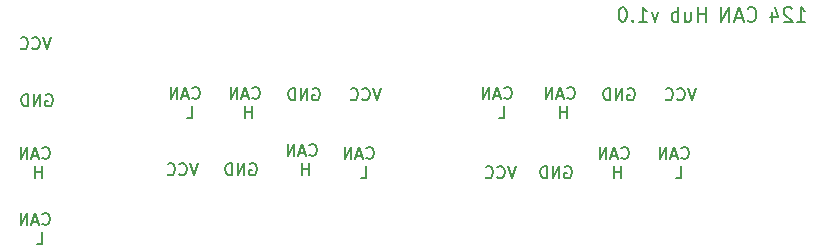
<source format=gbr>
%TF.GenerationSoftware,KiCad,Pcbnew,(7.0.0)*%
%TF.CreationDate,2023-04-10T16:26:54+12:00*%
%TF.ProjectId,can_expansion_hub,63616e5f-6578-4706-916e-73696f6e5f68,rev?*%
%TF.SameCoordinates,Original*%
%TF.FileFunction,Legend,Bot*%
%TF.FilePolarity,Positive*%
%FSLAX46Y46*%
G04 Gerber Fmt 4.6, Leading zero omitted, Abs format (unit mm)*
G04 Created by KiCad (PCBNEW (7.0.0)) date 2023-04-10 16:26:54*
%MOMM*%
%LPD*%
G01*
G04 APERTURE LIST*
%ADD10C,0.150000*%
%ADD11C,0.187500*%
%ADD12C,5.500000*%
%ADD13R,3.000000X3.000000*%
%ADD14C,3.000000*%
G04 APERTURE END LIST*
D10*
X139652476Y-103731142D02*
X139700095Y-103778761D01*
X139700095Y-103778761D02*
X139842952Y-103826380D01*
X139842952Y-103826380D02*
X139938190Y-103826380D01*
X139938190Y-103826380D02*
X140081047Y-103778761D01*
X140081047Y-103778761D02*
X140176285Y-103683523D01*
X140176285Y-103683523D02*
X140223904Y-103588285D01*
X140223904Y-103588285D02*
X140271523Y-103397809D01*
X140271523Y-103397809D02*
X140271523Y-103254952D01*
X140271523Y-103254952D02*
X140223904Y-103064476D01*
X140223904Y-103064476D02*
X140176285Y-102969238D01*
X140176285Y-102969238D02*
X140081047Y-102874000D01*
X140081047Y-102874000D02*
X139938190Y-102826380D01*
X139938190Y-102826380D02*
X139842952Y-102826380D01*
X139842952Y-102826380D02*
X139700095Y-102874000D01*
X139700095Y-102874000D02*
X139652476Y-102921619D01*
X139271523Y-103540666D02*
X138795333Y-103540666D01*
X139366761Y-103826380D02*
X139033428Y-102826380D01*
X139033428Y-102826380D02*
X138700095Y-103826380D01*
X138366761Y-103826380D02*
X138366761Y-102826380D01*
X138366761Y-102826380D02*
X137795333Y-103826380D01*
X137795333Y-103826380D02*
X137795333Y-102826380D01*
X139147714Y-105446380D02*
X139623904Y-105446380D01*
X139623904Y-105446380D02*
X139623904Y-104446380D01*
X124666476Y-98651142D02*
X124714095Y-98698761D01*
X124714095Y-98698761D02*
X124856952Y-98746380D01*
X124856952Y-98746380D02*
X124952190Y-98746380D01*
X124952190Y-98746380D02*
X125095047Y-98698761D01*
X125095047Y-98698761D02*
X125190285Y-98603523D01*
X125190285Y-98603523D02*
X125237904Y-98508285D01*
X125237904Y-98508285D02*
X125285523Y-98317809D01*
X125285523Y-98317809D02*
X125285523Y-98174952D01*
X125285523Y-98174952D02*
X125237904Y-97984476D01*
X125237904Y-97984476D02*
X125190285Y-97889238D01*
X125190285Y-97889238D02*
X125095047Y-97794000D01*
X125095047Y-97794000D02*
X124952190Y-97746380D01*
X124952190Y-97746380D02*
X124856952Y-97746380D01*
X124856952Y-97746380D02*
X124714095Y-97794000D01*
X124714095Y-97794000D02*
X124666476Y-97841619D01*
X124285523Y-98460666D02*
X123809333Y-98460666D01*
X124380761Y-98746380D02*
X124047428Y-97746380D01*
X124047428Y-97746380D02*
X123714095Y-98746380D01*
X123380761Y-98746380D02*
X123380761Y-97746380D01*
X123380761Y-97746380D02*
X122809333Y-98746380D01*
X122809333Y-98746380D02*
X122809333Y-97746380D01*
X124161714Y-100366380D02*
X124637904Y-100366380D01*
X124637904Y-100366380D02*
X124637904Y-99366380D01*
X98250476Y-98651142D02*
X98298095Y-98698761D01*
X98298095Y-98698761D02*
X98440952Y-98746380D01*
X98440952Y-98746380D02*
X98536190Y-98746380D01*
X98536190Y-98746380D02*
X98679047Y-98698761D01*
X98679047Y-98698761D02*
X98774285Y-98603523D01*
X98774285Y-98603523D02*
X98821904Y-98508285D01*
X98821904Y-98508285D02*
X98869523Y-98317809D01*
X98869523Y-98317809D02*
X98869523Y-98174952D01*
X98869523Y-98174952D02*
X98821904Y-97984476D01*
X98821904Y-97984476D02*
X98774285Y-97889238D01*
X98774285Y-97889238D02*
X98679047Y-97794000D01*
X98679047Y-97794000D02*
X98536190Y-97746380D01*
X98536190Y-97746380D02*
X98440952Y-97746380D01*
X98440952Y-97746380D02*
X98298095Y-97794000D01*
X98298095Y-97794000D02*
X98250476Y-97841619D01*
X97869523Y-98460666D02*
X97393333Y-98460666D01*
X97964761Y-98746380D02*
X97631428Y-97746380D01*
X97631428Y-97746380D02*
X97298095Y-98746380D01*
X96964761Y-98746380D02*
X96964761Y-97746380D01*
X96964761Y-97746380D02*
X96393333Y-98746380D01*
X96393333Y-98746380D02*
X96393333Y-97746380D01*
X97745714Y-100366380D02*
X98221904Y-100366380D01*
X98221904Y-100366380D02*
X98221904Y-99366380D01*
X112982476Y-103731142D02*
X113030095Y-103778761D01*
X113030095Y-103778761D02*
X113172952Y-103826380D01*
X113172952Y-103826380D02*
X113268190Y-103826380D01*
X113268190Y-103826380D02*
X113411047Y-103778761D01*
X113411047Y-103778761D02*
X113506285Y-103683523D01*
X113506285Y-103683523D02*
X113553904Y-103588285D01*
X113553904Y-103588285D02*
X113601523Y-103397809D01*
X113601523Y-103397809D02*
X113601523Y-103254952D01*
X113601523Y-103254952D02*
X113553904Y-103064476D01*
X113553904Y-103064476D02*
X113506285Y-102969238D01*
X113506285Y-102969238D02*
X113411047Y-102874000D01*
X113411047Y-102874000D02*
X113268190Y-102826380D01*
X113268190Y-102826380D02*
X113172952Y-102826380D01*
X113172952Y-102826380D02*
X113030095Y-102874000D01*
X113030095Y-102874000D02*
X112982476Y-102921619D01*
X112601523Y-103540666D02*
X112125333Y-103540666D01*
X112696761Y-103826380D02*
X112363428Y-102826380D01*
X112363428Y-102826380D02*
X112030095Y-103826380D01*
X111696761Y-103826380D02*
X111696761Y-102826380D01*
X111696761Y-102826380D02*
X111125333Y-103826380D01*
X111125333Y-103826380D02*
X111125333Y-102826380D01*
X112477714Y-105446380D02*
X112953904Y-105446380D01*
X112953904Y-105446380D02*
X112953904Y-104446380D01*
X108156476Y-103477142D02*
X108204095Y-103524761D01*
X108204095Y-103524761D02*
X108346952Y-103572380D01*
X108346952Y-103572380D02*
X108442190Y-103572380D01*
X108442190Y-103572380D02*
X108585047Y-103524761D01*
X108585047Y-103524761D02*
X108680285Y-103429523D01*
X108680285Y-103429523D02*
X108727904Y-103334285D01*
X108727904Y-103334285D02*
X108775523Y-103143809D01*
X108775523Y-103143809D02*
X108775523Y-103000952D01*
X108775523Y-103000952D02*
X108727904Y-102810476D01*
X108727904Y-102810476D02*
X108680285Y-102715238D01*
X108680285Y-102715238D02*
X108585047Y-102620000D01*
X108585047Y-102620000D02*
X108442190Y-102572380D01*
X108442190Y-102572380D02*
X108346952Y-102572380D01*
X108346952Y-102572380D02*
X108204095Y-102620000D01*
X108204095Y-102620000D02*
X108156476Y-102667619D01*
X107775523Y-103286666D02*
X107299333Y-103286666D01*
X107870761Y-103572380D02*
X107537428Y-102572380D01*
X107537428Y-102572380D02*
X107204095Y-103572380D01*
X106870761Y-103572380D02*
X106870761Y-102572380D01*
X106870761Y-102572380D02*
X106299333Y-103572380D01*
X106299333Y-103572380D02*
X106299333Y-102572380D01*
X108127904Y-105192380D02*
X108127904Y-104192380D01*
X108127904Y-104668571D02*
X107556476Y-104668571D01*
X107556476Y-105192380D02*
X107556476Y-104192380D01*
X134572476Y-103731142D02*
X134620095Y-103778761D01*
X134620095Y-103778761D02*
X134762952Y-103826380D01*
X134762952Y-103826380D02*
X134858190Y-103826380D01*
X134858190Y-103826380D02*
X135001047Y-103778761D01*
X135001047Y-103778761D02*
X135096285Y-103683523D01*
X135096285Y-103683523D02*
X135143904Y-103588285D01*
X135143904Y-103588285D02*
X135191523Y-103397809D01*
X135191523Y-103397809D02*
X135191523Y-103254952D01*
X135191523Y-103254952D02*
X135143904Y-103064476D01*
X135143904Y-103064476D02*
X135096285Y-102969238D01*
X135096285Y-102969238D02*
X135001047Y-102874000D01*
X135001047Y-102874000D02*
X134858190Y-102826380D01*
X134858190Y-102826380D02*
X134762952Y-102826380D01*
X134762952Y-102826380D02*
X134620095Y-102874000D01*
X134620095Y-102874000D02*
X134572476Y-102921619D01*
X134191523Y-103540666D02*
X133715333Y-103540666D01*
X134286761Y-103826380D02*
X133953428Y-102826380D01*
X133953428Y-102826380D02*
X133620095Y-103826380D01*
X133286761Y-103826380D02*
X133286761Y-102826380D01*
X133286761Y-102826380D02*
X132715333Y-103826380D01*
X132715333Y-103826380D02*
X132715333Y-102826380D01*
X134543904Y-105446380D02*
X134543904Y-104446380D01*
X134543904Y-104922571D02*
X133972476Y-104922571D01*
X133972476Y-105446380D02*
X133972476Y-104446380D01*
X130000476Y-98651142D02*
X130048095Y-98698761D01*
X130048095Y-98698761D02*
X130190952Y-98746380D01*
X130190952Y-98746380D02*
X130286190Y-98746380D01*
X130286190Y-98746380D02*
X130429047Y-98698761D01*
X130429047Y-98698761D02*
X130524285Y-98603523D01*
X130524285Y-98603523D02*
X130571904Y-98508285D01*
X130571904Y-98508285D02*
X130619523Y-98317809D01*
X130619523Y-98317809D02*
X130619523Y-98174952D01*
X130619523Y-98174952D02*
X130571904Y-97984476D01*
X130571904Y-97984476D02*
X130524285Y-97889238D01*
X130524285Y-97889238D02*
X130429047Y-97794000D01*
X130429047Y-97794000D02*
X130286190Y-97746380D01*
X130286190Y-97746380D02*
X130190952Y-97746380D01*
X130190952Y-97746380D02*
X130048095Y-97794000D01*
X130048095Y-97794000D02*
X130000476Y-97841619D01*
X129619523Y-98460666D02*
X129143333Y-98460666D01*
X129714761Y-98746380D02*
X129381428Y-97746380D01*
X129381428Y-97746380D02*
X129048095Y-98746380D01*
X128714761Y-98746380D02*
X128714761Y-97746380D01*
X128714761Y-97746380D02*
X128143333Y-98746380D01*
X128143333Y-98746380D02*
X128143333Y-97746380D01*
X129971904Y-100366380D02*
X129971904Y-99366380D01*
X129971904Y-99842571D02*
X129400476Y-99842571D01*
X129400476Y-100366380D02*
X129400476Y-99366380D01*
X103330476Y-98651142D02*
X103378095Y-98698761D01*
X103378095Y-98698761D02*
X103520952Y-98746380D01*
X103520952Y-98746380D02*
X103616190Y-98746380D01*
X103616190Y-98746380D02*
X103759047Y-98698761D01*
X103759047Y-98698761D02*
X103854285Y-98603523D01*
X103854285Y-98603523D02*
X103901904Y-98508285D01*
X103901904Y-98508285D02*
X103949523Y-98317809D01*
X103949523Y-98317809D02*
X103949523Y-98174952D01*
X103949523Y-98174952D02*
X103901904Y-97984476D01*
X103901904Y-97984476D02*
X103854285Y-97889238D01*
X103854285Y-97889238D02*
X103759047Y-97794000D01*
X103759047Y-97794000D02*
X103616190Y-97746380D01*
X103616190Y-97746380D02*
X103520952Y-97746380D01*
X103520952Y-97746380D02*
X103378095Y-97794000D01*
X103378095Y-97794000D02*
X103330476Y-97841619D01*
X102949523Y-98460666D02*
X102473333Y-98460666D01*
X103044761Y-98746380D02*
X102711428Y-97746380D01*
X102711428Y-97746380D02*
X102378095Y-98746380D01*
X102044761Y-98746380D02*
X102044761Y-97746380D01*
X102044761Y-97746380D02*
X101473333Y-98746380D01*
X101473333Y-98746380D02*
X101473333Y-97746380D01*
X103301904Y-100366380D02*
X103301904Y-99366380D01*
X103301904Y-99842571D02*
X102730476Y-99842571D01*
X102730476Y-100366380D02*
X102730476Y-99366380D01*
X103124095Y-104240000D02*
X103219333Y-104192380D01*
X103219333Y-104192380D02*
X103362190Y-104192380D01*
X103362190Y-104192380D02*
X103505047Y-104240000D01*
X103505047Y-104240000D02*
X103600285Y-104335238D01*
X103600285Y-104335238D02*
X103647904Y-104430476D01*
X103647904Y-104430476D02*
X103695523Y-104620952D01*
X103695523Y-104620952D02*
X103695523Y-104763809D01*
X103695523Y-104763809D02*
X103647904Y-104954285D01*
X103647904Y-104954285D02*
X103600285Y-105049523D01*
X103600285Y-105049523D02*
X103505047Y-105144761D01*
X103505047Y-105144761D02*
X103362190Y-105192380D01*
X103362190Y-105192380D02*
X103266952Y-105192380D01*
X103266952Y-105192380D02*
X103124095Y-105144761D01*
X103124095Y-105144761D02*
X103076476Y-105097142D01*
X103076476Y-105097142D02*
X103076476Y-104763809D01*
X103076476Y-104763809D02*
X103266952Y-104763809D01*
X102647904Y-105192380D02*
X102647904Y-104192380D01*
X102647904Y-104192380D02*
X102076476Y-105192380D01*
X102076476Y-105192380D02*
X102076476Y-104192380D01*
X101600285Y-105192380D02*
X101600285Y-104192380D01*
X101600285Y-104192380D02*
X101362190Y-104192380D01*
X101362190Y-104192380D02*
X101219333Y-104240000D01*
X101219333Y-104240000D02*
X101124095Y-104335238D01*
X101124095Y-104335238D02*
X101076476Y-104430476D01*
X101076476Y-104430476D02*
X101028857Y-104620952D01*
X101028857Y-104620952D02*
X101028857Y-104763809D01*
X101028857Y-104763809D02*
X101076476Y-104954285D01*
X101076476Y-104954285D02*
X101124095Y-105049523D01*
X101124095Y-105049523D02*
X101219333Y-105144761D01*
X101219333Y-105144761D02*
X101362190Y-105192380D01*
X101362190Y-105192380D02*
X101600285Y-105192380D01*
X129794095Y-104494000D02*
X129889333Y-104446380D01*
X129889333Y-104446380D02*
X130032190Y-104446380D01*
X130032190Y-104446380D02*
X130175047Y-104494000D01*
X130175047Y-104494000D02*
X130270285Y-104589238D01*
X130270285Y-104589238D02*
X130317904Y-104684476D01*
X130317904Y-104684476D02*
X130365523Y-104874952D01*
X130365523Y-104874952D02*
X130365523Y-105017809D01*
X130365523Y-105017809D02*
X130317904Y-105208285D01*
X130317904Y-105208285D02*
X130270285Y-105303523D01*
X130270285Y-105303523D02*
X130175047Y-105398761D01*
X130175047Y-105398761D02*
X130032190Y-105446380D01*
X130032190Y-105446380D02*
X129936952Y-105446380D01*
X129936952Y-105446380D02*
X129794095Y-105398761D01*
X129794095Y-105398761D02*
X129746476Y-105351142D01*
X129746476Y-105351142D02*
X129746476Y-105017809D01*
X129746476Y-105017809D02*
X129936952Y-105017809D01*
X129317904Y-105446380D02*
X129317904Y-104446380D01*
X129317904Y-104446380D02*
X128746476Y-105446380D01*
X128746476Y-105446380D02*
X128746476Y-104446380D01*
X128270285Y-105446380D02*
X128270285Y-104446380D01*
X128270285Y-104446380D02*
X128032190Y-104446380D01*
X128032190Y-104446380D02*
X127889333Y-104494000D01*
X127889333Y-104494000D02*
X127794095Y-104589238D01*
X127794095Y-104589238D02*
X127746476Y-104684476D01*
X127746476Y-104684476D02*
X127698857Y-104874952D01*
X127698857Y-104874952D02*
X127698857Y-105017809D01*
X127698857Y-105017809D02*
X127746476Y-105208285D01*
X127746476Y-105208285D02*
X127794095Y-105303523D01*
X127794095Y-105303523D02*
X127889333Y-105398761D01*
X127889333Y-105398761D02*
X128032190Y-105446380D01*
X128032190Y-105446380D02*
X128270285Y-105446380D01*
X135128095Y-97890000D02*
X135223333Y-97842380D01*
X135223333Y-97842380D02*
X135366190Y-97842380D01*
X135366190Y-97842380D02*
X135509047Y-97890000D01*
X135509047Y-97890000D02*
X135604285Y-97985238D01*
X135604285Y-97985238D02*
X135651904Y-98080476D01*
X135651904Y-98080476D02*
X135699523Y-98270952D01*
X135699523Y-98270952D02*
X135699523Y-98413809D01*
X135699523Y-98413809D02*
X135651904Y-98604285D01*
X135651904Y-98604285D02*
X135604285Y-98699523D01*
X135604285Y-98699523D02*
X135509047Y-98794761D01*
X135509047Y-98794761D02*
X135366190Y-98842380D01*
X135366190Y-98842380D02*
X135270952Y-98842380D01*
X135270952Y-98842380D02*
X135128095Y-98794761D01*
X135128095Y-98794761D02*
X135080476Y-98747142D01*
X135080476Y-98747142D02*
X135080476Y-98413809D01*
X135080476Y-98413809D02*
X135270952Y-98413809D01*
X134651904Y-98842380D02*
X134651904Y-97842380D01*
X134651904Y-97842380D02*
X134080476Y-98842380D01*
X134080476Y-98842380D02*
X134080476Y-97842380D01*
X133604285Y-98842380D02*
X133604285Y-97842380D01*
X133604285Y-97842380D02*
X133366190Y-97842380D01*
X133366190Y-97842380D02*
X133223333Y-97890000D01*
X133223333Y-97890000D02*
X133128095Y-97985238D01*
X133128095Y-97985238D02*
X133080476Y-98080476D01*
X133080476Y-98080476D02*
X133032857Y-98270952D01*
X133032857Y-98270952D02*
X133032857Y-98413809D01*
X133032857Y-98413809D02*
X133080476Y-98604285D01*
X133080476Y-98604285D02*
X133128095Y-98699523D01*
X133128095Y-98699523D02*
X133223333Y-98794761D01*
X133223333Y-98794761D02*
X133366190Y-98842380D01*
X133366190Y-98842380D02*
X133604285Y-98842380D01*
X108458095Y-97890000D02*
X108553333Y-97842380D01*
X108553333Y-97842380D02*
X108696190Y-97842380D01*
X108696190Y-97842380D02*
X108839047Y-97890000D01*
X108839047Y-97890000D02*
X108934285Y-97985238D01*
X108934285Y-97985238D02*
X108981904Y-98080476D01*
X108981904Y-98080476D02*
X109029523Y-98270952D01*
X109029523Y-98270952D02*
X109029523Y-98413809D01*
X109029523Y-98413809D02*
X108981904Y-98604285D01*
X108981904Y-98604285D02*
X108934285Y-98699523D01*
X108934285Y-98699523D02*
X108839047Y-98794761D01*
X108839047Y-98794761D02*
X108696190Y-98842380D01*
X108696190Y-98842380D02*
X108600952Y-98842380D01*
X108600952Y-98842380D02*
X108458095Y-98794761D01*
X108458095Y-98794761D02*
X108410476Y-98747142D01*
X108410476Y-98747142D02*
X108410476Y-98413809D01*
X108410476Y-98413809D02*
X108600952Y-98413809D01*
X107981904Y-98842380D02*
X107981904Y-97842380D01*
X107981904Y-97842380D02*
X107410476Y-98842380D01*
X107410476Y-98842380D02*
X107410476Y-97842380D01*
X106934285Y-98842380D02*
X106934285Y-97842380D01*
X106934285Y-97842380D02*
X106696190Y-97842380D01*
X106696190Y-97842380D02*
X106553333Y-97890000D01*
X106553333Y-97890000D02*
X106458095Y-97985238D01*
X106458095Y-97985238D02*
X106410476Y-98080476D01*
X106410476Y-98080476D02*
X106362857Y-98270952D01*
X106362857Y-98270952D02*
X106362857Y-98413809D01*
X106362857Y-98413809D02*
X106410476Y-98604285D01*
X106410476Y-98604285D02*
X106458095Y-98699523D01*
X106458095Y-98699523D02*
X106553333Y-98794761D01*
X106553333Y-98794761D02*
X106696190Y-98842380D01*
X106696190Y-98842380D02*
X106934285Y-98842380D01*
X125634761Y-104446380D02*
X125301428Y-105446380D01*
X125301428Y-105446380D02*
X124968095Y-104446380D01*
X124063333Y-105351142D02*
X124110952Y-105398761D01*
X124110952Y-105398761D02*
X124253809Y-105446380D01*
X124253809Y-105446380D02*
X124349047Y-105446380D01*
X124349047Y-105446380D02*
X124491904Y-105398761D01*
X124491904Y-105398761D02*
X124587142Y-105303523D01*
X124587142Y-105303523D02*
X124634761Y-105208285D01*
X124634761Y-105208285D02*
X124682380Y-105017809D01*
X124682380Y-105017809D02*
X124682380Y-104874952D01*
X124682380Y-104874952D02*
X124634761Y-104684476D01*
X124634761Y-104684476D02*
X124587142Y-104589238D01*
X124587142Y-104589238D02*
X124491904Y-104494000D01*
X124491904Y-104494000D02*
X124349047Y-104446380D01*
X124349047Y-104446380D02*
X124253809Y-104446380D01*
X124253809Y-104446380D02*
X124110952Y-104494000D01*
X124110952Y-104494000D02*
X124063333Y-104541619D01*
X123063333Y-105351142D02*
X123110952Y-105398761D01*
X123110952Y-105398761D02*
X123253809Y-105446380D01*
X123253809Y-105446380D02*
X123349047Y-105446380D01*
X123349047Y-105446380D02*
X123491904Y-105398761D01*
X123491904Y-105398761D02*
X123587142Y-105303523D01*
X123587142Y-105303523D02*
X123634761Y-105208285D01*
X123634761Y-105208285D02*
X123682380Y-105017809D01*
X123682380Y-105017809D02*
X123682380Y-104874952D01*
X123682380Y-104874952D02*
X123634761Y-104684476D01*
X123634761Y-104684476D02*
X123587142Y-104589238D01*
X123587142Y-104589238D02*
X123491904Y-104494000D01*
X123491904Y-104494000D02*
X123349047Y-104446380D01*
X123349047Y-104446380D02*
X123253809Y-104446380D01*
X123253809Y-104446380D02*
X123110952Y-104494000D01*
X123110952Y-104494000D02*
X123063333Y-104541619D01*
X140874761Y-97842380D02*
X140541428Y-98842380D01*
X140541428Y-98842380D02*
X140208095Y-97842380D01*
X139303333Y-98747142D02*
X139350952Y-98794761D01*
X139350952Y-98794761D02*
X139493809Y-98842380D01*
X139493809Y-98842380D02*
X139589047Y-98842380D01*
X139589047Y-98842380D02*
X139731904Y-98794761D01*
X139731904Y-98794761D02*
X139827142Y-98699523D01*
X139827142Y-98699523D02*
X139874761Y-98604285D01*
X139874761Y-98604285D02*
X139922380Y-98413809D01*
X139922380Y-98413809D02*
X139922380Y-98270952D01*
X139922380Y-98270952D02*
X139874761Y-98080476D01*
X139874761Y-98080476D02*
X139827142Y-97985238D01*
X139827142Y-97985238D02*
X139731904Y-97890000D01*
X139731904Y-97890000D02*
X139589047Y-97842380D01*
X139589047Y-97842380D02*
X139493809Y-97842380D01*
X139493809Y-97842380D02*
X139350952Y-97890000D01*
X139350952Y-97890000D02*
X139303333Y-97937619D01*
X138303333Y-98747142D02*
X138350952Y-98794761D01*
X138350952Y-98794761D02*
X138493809Y-98842380D01*
X138493809Y-98842380D02*
X138589047Y-98842380D01*
X138589047Y-98842380D02*
X138731904Y-98794761D01*
X138731904Y-98794761D02*
X138827142Y-98699523D01*
X138827142Y-98699523D02*
X138874761Y-98604285D01*
X138874761Y-98604285D02*
X138922380Y-98413809D01*
X138922380Y-98413809D02*
X138922380Y-98270952D01*
X138922380Y-98270952D02*
X138874761Y-98080476D01*
X138874761Y-98080476D02*
X138827142Y-97985238D01*
X138827142Y-97985238D02*
X138731904Y-97890000D01*
X138731904Y-97890000D02*
X138589047Y-97842380D01*
X138589047Y-97842380D02*
X138493809Y-97842380D01*
X138493809Y-97842380D02*
X138350952Y-97890000D01*
X138350952Y-97890000D02*
X138303333Y-97937619D01*
X98710761Y-104192380D02*
X98377428Y-105192380D01*
X98377428Y-105192380D02*
X98044095Y-104192380D01*
X97139333Y-105097142D02*
X97186952Y-105144761D01*
X97186952Y-105144761D02*
X97329809Y-105192380D01*
X97329809Y-105192380D02*
X97425047Y-105192380D01*
X97425047Y-105192380D02*
X97567904Y-105144761D01*
X97567904Y-105144761D02*
X97663142Y-105049523D01*
X97663142Y-105049523D02*
X97710761Y-104954285D01*
X97710761Y-104954285D02*
X97758380Y-104763809D01*
X97758380Y-104763809D02*
X97758380Y-104620952D01*
X97758380Y-104620952D02*
X97710761Y-104430476D01*
X97710761Y-104430476D02*
X97663142Y-104335238D01*
X97663142Y-104335238D02*
X97567904Y-104240000D01*
X97567904Y-104240000D02*
X97425047Y-104192380D01*
X97425047Y-104192380D02*
X97329809Y-104192380D01*
X97329809Y-104192380D02*
X97186952Y-104240000D01*
X97186952Y-104240000D02*
X97139333Y-104287619D01*
X96139333Y-105097142D02*
X96186952Y-105144761D01*
X96186952Y-105144761D02*
X96329809Y-105192380D01*
X96329809Y-105192380D02*
X96425047Y-105192380D01*
X96425047Y-105192380D02*
X96567904Y-105144761D01*
X96567904Y-105144761D02*
X96663142Y-105049523D01*
X96663142Y-105049523D02*
X96710761Y-104954285D01*
X96710761Y-104954285D02*
X96758380Y-104763809D01*
X96758380Y-104763809D02*
X96758380Y-104620952D01*
X96758380Y-104620952D02*
X96710761Y-104430476D01*
X96710761Y-104430476D02*
X96663142Y-104335238D01*
X96663142Y-104335238D02*
X96567904Y-104240000D01*
X96567904Y-104240000D02*
X96425047Y-104192380D01*
X96425047Y-104192380D02*
X96329809Y-104192380D01*
X96329809Y-104192380D02*
X96186952Y-104240000D01*
X96186952Y-104240000D02*
X96139333Y-104287619D01*
X114204761Y-97842380D02*
X113871428Y-98842380D01*
X113871428Y-98842380D02*
X113538095Y-97842380D01*
X112633333Y-98747142D02*
X112680952Y-98794761D01*
X112680952Y-98794761D02*
X112823809Y-98842380D01*
X112823809Y-98842380D02*
X112919047Y-98842380D01*
X112919047Y-98842380D02*
X113061904Y-98794761D01*
X113061904Y-98794761D02*
X113157142Y-98699523D01*
X113157142Y-98699523D02*
X113204761Y-98604285D01*
X113204761Y-98604285D02*
X113252380Y-98413809D01*
X113252380Y-98413809D02*
X113252380Y-98270952D01*
X113252380Y-98270952D02*
X113204761Y-98080476D01*
X113204761Y-98080476D02*
X113157142Y-97985238D01*
X113157142Y-97985238D02*
X113061904Y-97890000D01*
X113061904Y-97890000D02*
X112919047Y-97842380D01*
X112919047Y-97842380D02*
X112823809Y-97842380D01*
X112823809Y-97842380D02*
X112680952Y-97890000D01*
X112680952Y-97890000D02*
X112633333Y-97937619D01*
X111633333Y-98747142D02*
X111680952Y-98794761D01*
X111680952Y-98794761D02*
X111823809Y-98842380D01*
X111823809Y-98842380D02*
X111919047Y-98842380D01*
X111919047Y-98842380D02*
X112061904Y-98794761D01*
X112061904Y-98794761D02*
X112157142Y-98699523D01*
X112157142Y-98699523D02*
X112204761Y-98604285D01*
X112204761Y-98604285D02*
X112252380Y-98413809D01*
X112252380Y-98413809D02*
X112252380Y-98270952D01*
X112252380Y-98270952D02*
X112204761Y-98080476D01*
X112204761Y-98080476D02*
X112157142Y-97985238D01*
X112157142Y-97985238D02*
X112061904Y-97890000D01*
X112061904Y-97890000D02*
X111919047Y-97842380D01*
X111919047Y-97842380D02*
X111823809Y-97842380D01*
X111823809Y-97842380D02*
X111680952Y-97890000D01*
X111680952Y-97890000D02*
X111633333Y-97937619D01*
X85550476Y-109319142D02*
X85598095Y-109366761D01*
X85598095Y-109366761D02*
X85740952Y-109414380D01*
X85740952Y-109414380D02*
X85836190Y-109414380D01*
X85836190Y-109414380D02*
X85979047Y-109366761D01*
X85979047Y-109366761D02*
X86074285Y-109271523D01*
X86074285Y-109271523D02*
X86121904Y-109176285D01*
X86121904Y-109176285D02*
X86169523Y-108985809D01*
X86169523Y-108985809D02*
X86169523Y-108842952D01*
X86169523Y-108842952D02*
X86121904Y-108652476D01*
X86121904Y-108652476D02*
X86074285Y-108557238D01*
X86074285Y-108557238D02*
X85979047Y-108462000D01*
X85979047Y-108462000D02*
X85836190Y-108414380D01*
X85836190Y-108414380D02*
X85740952Y-108414380D01*
X85740952Y-108414380D02*
X85598095Y-108462000D01*
X85598095Y-108462000D02*
X85550476Y-108509619D01*
X85169523Y-109128666D02*
X84693333Y-109128666D01*
X85264761Y-109414380D02*
X84931428Y-108414380D01*
X84931428Y-108414380D02*
X84598095Y-109414380D01*
X84264761Y-109414380D02*
X84264761Y-108414380D01*
X84264761Y-108414380D02*
X83693333Y-109414380D01*
X83693333Y-109414380D02*
X83693333Y-108414380D01*
X85045714Y-111034380D02*
X85521904Y-111034380D01*
X85521904Y-111034380D02*
X85521904Y-110034380D01*
X85550476Y-103731142D02*
X85598095Y-103778761D01*
X85598095Y-103778761D02*
X85740952Y-103826380D01*
X85740952Y-103826380D02*
X85836190Y-103826380D01*
X85836190Y-103826380D02*
X85979047Y-103778761D01*
X85979047Y-103778761D02*
X86074285Y-103683523D01*
X86074285Y-103683523D02*
X86121904Y-103588285D01*
X86121904Y-103588285D02*
X86169523Y-103397809D01*
X86169523Y-103397809D02*
X86169523Y-103254952D01*
X86169523Y-103254952D02*
X86121904Y-103064476D01*
X86121904Y-103064476D02*
X86074285Y-102969238D01*
X86074285Y-102969238D02*
X85979047Y-102874000D01*
X85979047Y-102874000D02*
X85836190Y-102826380D01*
X85836190Y-102826380D02*
X85740952Y-102826380D01*
X85740952Y-102826380D02*
X85598095Y-102874000D01*
X85598095Y-102874000D02*
X85550476Y-102921619D01*
X85169523Y-103540666D02*
X84693333Y-103540666D01*
X85264761Y-103826380D02*
X84931428Y-102826380D01*
X84931428Y-102826380D02*
X84598095Y-103826380D01*
X84264761Y-103826380D02*
X84264761Y-102826380D01*
X84264761Y-102826380D02*
X83693333Y-103826380D01*
X83693333Y-103826380D02*
X83693333Y-102826380D01*
X85521904Y-105446380D02*
X85521904Y-104446380D01*
X85521904Y-104922571D02*
X84950476Y-104922571D01*
X84950476Y-105446380D02*
X84950476Y-104446380D01*
X85852095Y-98398000D02*
X85947333Y-98350380D01*
X85947333Y-98350380D02*
X86090190Y-98350380D01*
X86090190Y-98350380D02*
X86233047Y-98398000D01*
X86233047Y-98398000D02*
X86328285Y-98493238D01*
X86328285Y-98493238D02*
X86375904Y-98588476D01*
X86375904Y-98588476D02*
X86423523Y-98778952D01*
X86423523Y-98778952D02*
X86423523Y-98921809D01*
X86423523Y-98921809D02*
X86375904Y-99112285D01*
X86375904Y-99112285D02*
X86328285Y-99207523D01*
X86328285Y-99207523D02*
X86233047Y-99302761D01*
X86233047Y-99302761D02*
X86090190Y-99350380D01*
X86090190Y-99350380D02*
X85994952Y-99350380D01*
X85994952Y-99350380D02*
X85852095Y-99302761D01*
X85852095Y-99302761D02*
X85804476Y-99255142D01*
X85804476Y-99255142D02*
X85804476Y-98921809D01*
X85804476Y-98921809D02*
X85994952Y-98921809D01*
X85375904Y-99350380D02*
X85375904Y-98350380D01*
X85375904Y-98350380D02*
X84804476Y-99350380D01*
X84804476Y-99350380D02*
X84804476Y-98350380D01*
X84328285Y-99350380D02*
X84328285Y-98350380D01*
X84328285Y-98350380D02*
X84090190Y-98350380D01*
X84090190Y-98350380D02*
X83947333Y-98398000D01*
X83947333Y-98398000D02*
X83852095Y-98493238D01*
X83852095Y-98493238D02*
X83804476Y-98588476D01*
X83804476Y-98588476D02*
X83756857Y-98778952D01*
X83756857Y-98778952D02*
X83756857Y-98921809D01*
X83756857Y-98921809D02*
X83804476Y-99112285D01*
X83804476Y-99112285D02*
X83852095Y-99207523D01*
X83852095Y-99207523D02*
X83947333Y-99302761D01*
X83947333Y-99302761D02*
X84090190Y-99350380D01*
X84090190Y-99350380D02*
X84328285Y-99350380D01*
X86264761Y-93524380D02*
X85931428Y-94524380D01*
X85931428Y-94524380D02*
X85598095Y-93524380D01*
X84693333Y-94429142D02*
X84740952Y-94476761D01*
X84740952Y-94476761D02*
X84883809Y-94524380D01*
X84883809Y-94524380D02*
X84979047Y-94524380D01*
X84979047Y-94524380D02*
X85121904Y-94476761D01*
X85121904Y-94476761D02*
X85217142Y-94381523D01*
X85217142Y-94381523D02*
X85264761Y-94286285D01*
X85264761Y-94286285D02*
X85312380Y-94095809D01*
X85312380Y-94095809D02*
X85312380Y-93952952D01*
X85312380Y-93952952D02*
X85264761Y-93762476D01*
X85264761Y-93762476D02*
X85217142Y-93667238D01*
X85217142Y-93667238D02*
X85121904Y-93572000D01*
X85121904Y-93572000D02*
X84979047Y-93524380D01*
X84979047Y-93524380D02*
X84883809Y-93524380D01*
X84883809Y-93524380D02*
X84740952Y-93572000D01*
X84740952Y-93572000D02*
X84693333Y-93619619D01*
X83693333Y-94429142D02*
X83740952Y-94476761D01*
X83740952Y-94476761D02*
X83883809Y-94524380D01*
X83883809Y-94524380D02*
X83979047Y-94524380D01*
X83979047Y-94524380D02*
X84121904Y-94476761D01*
X84121904Y-94476761D02*
X84217142Y-94381523D01*
X84217142Y-94381523D02*
X84264761Y-94286285D01*
X84264761Y-94286285D02*
X84312380Y-94095809D01*
X84312380Y-94095809D02*
X84312380Y-93952952D01*
X84312380Y-93952952D02*
X84264761Y-93762476D01*
X84264761Y-93762476D02*
X84217142Y-93667238D01*
X84217142Y-93667238D02*
X84121904Y-93572000D01*
X84121904Y-93572000D02*
X83979047Y-93524380D01*
X83979047Y-93524380D02*
X83883809Y-93524380D01*
X83883809Y-93524380D02*
X83740952Y-93572000D01*
X83740952Y-93572000D02*
X83693333Y-93619619D01*
D11*
X149453714Y-92194857D02*
X150139428Y-92194857D01*
X149796571Y-92194857D02*
X149796571Y-90994857D01*
X149796571Y-90994857D02*
X149910857Y-91166285D01*
X149910857Y-91166285D02*
X150025142Y-91280571D01*
X150025142Y-91280571D02*
X150139428Y-91337714D01*
X148996571Y-91109142D02*
X148939428Y-91052000D01*
X148939428Y-91052000D02*
X148825143Y-90994857D01*
X148825143Y-90994857D02*
X148539428Y-90994857D01*
X148539428Y-90994857D02*
X148425143Y-91052000D01*
X148425143Y-91052000D02*
X148368000Y-91109142D01*
X148368000Y-91109142D02*
X148310857Y-91223428D01*
X148310857Y-91223428D02*
X148310857Y-91337714D01*
X148310857Y-91337714D02*
X148368000Y-91509142D01*
X148368000Y-91509142D02*
X149053714Y-92194857D01*
X149053714Y-92194857D02*
X148310857Y-92194857D01*
X147282286Y-91394857D02*
X147282286Y-92194857D01*
X147568000Y-90937714D02*
X147853714Y-91794857D01*
X147853714Y-91794857D02*
X147110857Y-91794857D01*
X145248000Y-92080571D02*
X145305143Y-92137714D01*
X145305143Y-92137714D02*
X145476571Y-92194857D01*
X145476571Y-92194857D02*
X145590857Y-92194857D01*
X145590857Y-92194857D02*
X145762286Y-92137714D01*
X145762286Y-92137714D02*
X145876571Y-92023428D01*
X145876571Y-92023428D02*
X145933714Y-91909142D01*
X145933714Y-91909142D02*
X145990857Y-91680571D01*
X145990857Y-91680571D02*
X145990857Y-91509142D01*
X145990857Y-91509142D02*
X145933714Y-91280571D01*
X145933714Y-91280571D02*
X145876571Y-91166285D01*
X145876571Y-91166285D02*
X145762286Y-91052000D01*
X145762286Y-91052000D02*
X145590857Y-90994857D01*
X145590857Y-90994857D02*
X145476571Y-90994857D01*
X145476571Y-90994857D02*
X145305143Y-91052000D01*
X145305143Y-91052000D02*
X145248000Y-91109142D01*
X144790857Y-91852000D02*
X144219429Y-91852000D01*
X144905143Y-92194857D02*
X144505143Y-90994857D01*
X144505143Y-90994857D02*
X144105143Y-92194857D01*
X143705143Y-92194857D02*
X143705143Y-90994857D01*
X143705143Y-90994857D02*
X143019429Y-92194857D01*
X143019429Y-92194857D02*
X143019429Y-90994857D01*
X141728000Y-92194857D02*
X141728000Y-90994857D01*
X141728000Y-91566285D02*
X141042286Y-91566285D01*
X141042286Y-92194857D02*
X141042286Y-90994857D01*
X139956572Y-91394857D02*
X139956572Y-92194857D01*
X140470857Y-91394857D02*
X140470857Y-92023428D01*
X140470857Y-92023428D02*
X140413714Y-92137714D01*
X140413714Y-92137714D02*
X140299429Y-92194857D01*
X140299429Y-92194857D02*
X140128000Y-92194857D01*
X140128000Y-92194857D02*
X140013714Y-92137714D01*
X140013714Y-92137714D02*
X139956572Y-92080571D01*
X139385143Y-92194857D02*
X139385143Y-90994857D01*
X139385143Y-91452000D02*
X139270858Y-91394857D01*
X139270858Y-91394857D02*
X139042286Y-91394857D01*
X139042286Y-91394857D02*
X138928000Y-91452000D01*
X138928000Y-91452000D02*
X138870858Y-91509142D01*
X138870858Y-91509142D02*
X138813715Y-91623428D01*
X138813715Y-91623428D02*
X138813715Y-91966285D01*
X138813715Y-91966285D02*
X138870858Y-92080571D01*
X138870858Y-92080571D02*
X138928000Y-92137714D01*
X138928000Y-92137714D02*
X139042286Y-92194857D01*
X139042286Y-92194857D02*
X139270858Y-92194857D01*
X139270858Y-92194857D02*
X139385143Y-92137714D01*
X137693715Y-91394857D02*
X137408001Y-92194857D01*
X137408001Y-92194857D02*
X137122286Y-91394857D01*
X136036572Y-92194857D02*
X136722286Y-92194857D01*
X136379429Y-92194857D02*
X136379429Y-90994857D01*
X136379429Y-90994857D02*
X136493715Y-91166285D01*
X136493715Y-91166285D02*
X136608000Y-91280571D01*
X136608000Y-91280571D02*
X136722286Y-91337714D01*
X135522286Y-92080571D02*
X135465143Y-92137714D01*
X135465143Y-92137714D02*
X135522286Y-92194857D01*
X135522286Y-92194857D02*
X135579429Y-92137714D01*
X135579429Y-92137714D02*
X135522286Y-92080571D01*
X135522286Y-92080571D02*
X135522286Y-92194857D01*
X134722286Y-90994857D02*
X134608000Y-90994857D01*
X134608000Y-90994857D02*
X134493714Y-91052000D01*
X134493714Y-91052000D02*
X134436572Y-91109142D01*
X134436572Y-91109142D02*
X134379429Y-91223428D01*
X134379429Y-91223428D02*
X134322286Y-91452000D01*
X134322286Y-91452000D02*
X134322286Y-91737714D01*
X134322286Y-91737714D02*
X134379429Y-91966285D01*
X134379429Y-91966285D02*
X134436572Y-92080571D01*
X134436572Y-92080571D02*
X134493714Y-92137714D01*
X134493714Y-92137714D02*
X134608000Y-92194857D01*
X134608000Y-92194857D02*
X134722286Y-92194857D01*
X134722286Y-92194857D02*
X134836572Y-92137714D01*
X134836572Y-92137714D02*
X134893714Y-92080571D01*
X134893714Y-92080571D02*
X134950857Y-91966285D01*
X134950857Y-91966285D02*
X135008000Y-91737714D01*
X135008000Y-91737714D02*
X135008000Y-91452000D01*
X135008000Y-91452000D02*
X134950857Y-91223428D01*
X134950857Y-91223428D02*
X134893714Y-91109142D01*
X134893714Y-91109142D02*
X134836572Y-91052000D01*
X134836572Y-91052000D02*
X134722286Y-90994857D01*
%LPC*%
D12*
%TO.C,REF\u002A\u002A*%
X90170000Y-101854000D03*
%TD*%
D13*
%TO.C,J3*%
X139445999Y-95249999D03*
D14*
X134366000Y-95250000D03*
X129286000Y-95250000D03*
X124206000Y-95250000D03*
%TD*%
D13*
%TO.C,J2*%
X112775999Y-95249999D03*
D14*
X107696000Y-95250000D03*
X102616000Y-95250000D03*
X97536000Y-95250000D03*
%TD*%
D13*
%TO.C,J5*%
X124205999Y-107949999D03*
D14*
X129286000Y-107950000D03*
X134366000Y-107950000D03*
X139446000Y-107950000D03*
%TD*%
D13*
%TO.C,J4*%
X97485199Y-107975399D03*
D14*
X102565200Y-107975400D03*
X107645200Y-107975400D03*
X112725200Y-107975400D03*
%TD*%
D12*
%TO.C,REF\u002A\u002A*%
X147066000Y-101600000D03*
%TD*%
D13*
%TO.C,J1*%
X81279999Y-93979999D03*
D14*
X81280000Y-99060000D03*
X81280000Y-104140000D03*
X81280000Y-109220000D03*
%TD*%
M02*

</source>
